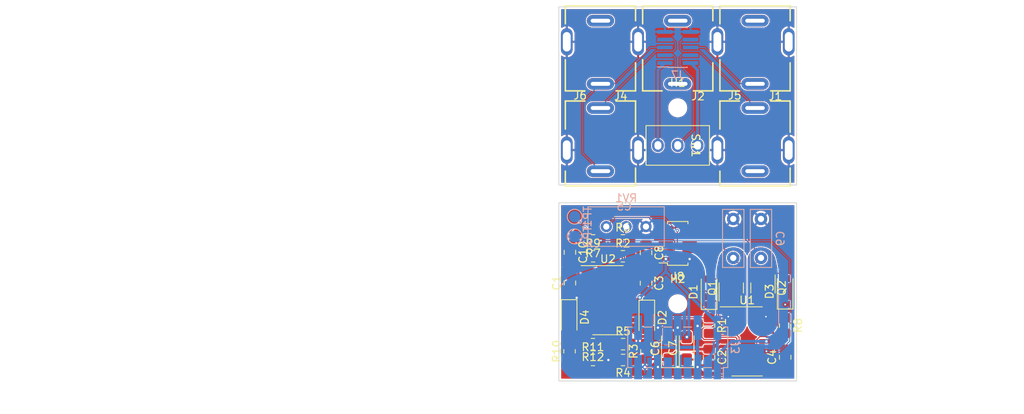
<source format=kicad_pcb>
(kicad_pcb (version 20211014) (generator pcbnew)
  (layers (0 "F.Cu" signal) (31 "B.Cu" signal) (34 "B.Paste" user) (35 "F.Paste" user) (36 "B.SilkS" user "B.Silkscreen") (37 "F.SilkS" user "F.Silkscreen") (38 "B.Mask" user) (39 "F.Mask" user) (44 "Edge.Cuts" user))
  (net 0 "")
  (net 1 "+12V")
  (net 2 "GND")
  (net 3 "-12V")
  (net 4 "Net-(C5-Pad1)")
  (net 5 "Net-(C8-Pad2)")
  (net 6 "Net-(C9-Pad1)")
  (net 7 "Net-(C10-Pad2)")
  (net 8 "Net-(D1-Pad1)")
  (net 9 "Net-(D1-Pad2)")
  (net 10 "Net-(D2-Pad1)")
  (net 11 "Net-(D3-Pad1)")
  (net 12 "Net-(D3-Pad2)")
  (net 13 "Net-(D4-Pad1)")
  (net 18 "Net-(Q1-Pad1)")
  (net 19 "Net-(Q2-Pad1)")
  (net 20 "Net-(R4-Pad1)")
  (net 21 "Net-(R6-Pad1)")
  (net 22 "Net-(R7-Pad2)")
  (net 23 "Net-(R11-Pad1)")
  (net 24 "Gate 1 B")
  (net 25 "Gate 2 B")
  (net 26 "GND1")
  (net 27 "Output 1 F")
  (net 28 "Input F")
  (net 29 "Gate 1 F")
  (net 30 "Output 2 F")
  (net 31 "Gate 2 F")
  (net 32 "-12VA")
  (net 33 "+12VA")
  (net 34 "Offset F")
  (net 35 "Input B")
  (net 36 "Offset B")
  (net 37 "Output 2 B")
  (net 38 "Output 1 B")
  (net 39 "Net-(RV1-Pad2)")
  (footprint "Capacitor_SMD:C_0805_2012Metric_Pad1.18x1.45mm_HandSolder" (layer "F.Cu") (at 97.9424 54.356 -90)
    (fp_text reference "C10")
    (fp_text value "1n")
  )
  (footprint "Pale Slim Ghost:Jack_3.5mm_QingPu_WQP-PJ301BM_Vertical" (layer "F.Cu") (at 101.854 27.94 180)
    (fp_text reference "J4")
    (fp_text value "AudioJack2_SwitchT")
  )
  (footprint "Resistor_SMD:R_0805_2012Metric_Pad1.20x1.40mm_HandSolder" (layer "F.Cu") (at 115.7732 63.754 -90)
    (fp_text reference "R1")
    (fp_text value "1M")
  )
  (footprint "Resistor_SMD:R_0805_2012Metric_Pad1.20x1.40mm_HandSolder" (layer "F.Cu") (at 104.7242 52.832)
    (fp_text reference "R6")
    (fp_text value "1k")
  )
  (footprint "Resistor_SMD:R_0805_2012Metric_Pad1.20x1.40mm_HandSolder" (layer "F.Cu") (at 97.8916 67.056 90)
    (fp_text reference "R10")
    (fp_text value "100k")
  )
  (footprint "Pale Slim Ghost:Sub Mini Toggle Switch SPDT" (layer "F.Cu") (at 111.76 40.64 -90)
    (fp_text reference "SW1")
    (fp_text value "SW_SPDT_MSM")
  )
  (footprint "Capacitor_SMD:C_0805_2012Metric_Pad1.18x1.45mm_HandSolder" (layer "F.Cu") (at 115.7732 67.818 -90)
    (fp_text reference "C2")
    (fp_text value "100n")
  )
  (footprint "Pale Slim Ghost:Jack_3.5mm_QingPu_WQP-PJ301BM_Vertical" (layer "F.Cu") (at 121.666 40.64)
    (fp_text reference "J5")
    (fp_text value "AudioJack2_SwitchT")
  )
  (footprint "MountingHole:MountingHole_2.2mm_M2" (layer "F.Cu") (at 111.76 35.814)
    (fp_text reference "H1")
    (fp_text value "MountingHole")
  )
  (footprint "Package_SO:SOIC-14_3.9x8.7mm_P1.27mm" (layer "F.Cu") (at 120.65 65.786)
    (fp_text reference "U1")
    (fp_text value "TL074")
  )
  (footprint "Connector_PinSocket_1.00mm:PinSocket_2x05_P1.00mm_Vertical_SMD" (layer "F.Cu") (at 111.76 53.213 180)
    (fp_text reference "J8")
    (fp_text value "Conn_02x05_Odd_Even")
  )
  (footprint "Capacitor_SMD:C_0805_2012Metric_Pad1.18x1.45mm_HandSolder" (layer "F.Cu") (at 107.696 54.4068 -90)
    (fp_text reference "C8")
    (fp_text value "1n")
  )
  (footprint "Pale Slim Ghost:Jack_3.5mm_QingPu_WQP-PJ301BM_Vertical" (layer "F.Cu") (at 111.76 27.94 180)
    (fp_text reference "J2")
    (fp_text value "AudioJack2_SwitchT")
  )
  (footprint "Pale Slim Ghost:Jack_3.5mm_QingPu_WQP-PJ301BM_Vertical" (layer "F.Cu") (at 101.854 40.64)
    (fp_text reference "J6")
    (fp_text value "AudioJack2_SwitchT")
  )
  (footprint "Resistor_SMD:R_0805_2012Metric_Pad1.20x1.40mm_HandSolder" (layer "F.Cu") (at 100.8888 68.1736)
    (fp_text reference "R11")
    (fp_text value "100k")
  )
  (footprint "Diode_SMD:D_SOD-123" (layer "F.Cu") (at 107.7976 62.738 -90)
    (fp_text reference "D2")
    (fp_text value "D")
  )
  (footprint "Resistor_SMD:R_0805_2012Metric_Pad1.20x1.40mm_HandSolder" (layer "F.Cu") (at 104.7496 68.1736 180)
    (fp_text reference "R4")
    (fp_text value "100k")
  )
  (footprint "Diode_SMD:D_SOD-123" (layer "F.Cu") (at 115.7732 59.436 90)
    (fp_text reference "D1")
    (fp_text value "D")
  )
  (footprint "Resistor_SMD:R_0805_2012Metric_Pad1.20x1.40mm_HandSolder" (layer "F.Cu") (at 100.9142 52.832 180)
    (fp_text reference "R7")
    (fp_text value "1k")
  )
  (footprint "Resistor_SMD:R_0805_2012Metric_Pad1.20x1.40mm_HandSolder" (layer "F.Cu") (at 100.9142 54.864)
    (fp_text reference "R9")
    (fp_text value "100k")
  )
  (footprint "Capacitor_SMD:C_0805_2012Metric_Pad1.18x1.45mm_HandSolder" (layer "F.Cu") (at 97.9424 58.293 90)
    (fp_text reference "C1")
    (fp_text value "100n")
  )
  (footprint "Capacitor_Tantalum_SMD:CP_EIA-3216-18_Kemet-A_Pad1.58x1.35mm_HandSolder" (layer "F.Cu") (at 110.617 66.675 90)
    (fp_text reference "C6")
    (fp_text value "10u")
  )
  (footprint "Package_SO:SOIC-14_3.9x8.7mm_P1.27mm" (layer "F.Cu") (at 102.8192 60.5028)
    (fp_text reference "U2")
    (fp_text value "TL074")
  )
  (footprint "Pale Slim Ghost:Jack_3.5mm_QingPu_WQP-PJ301BM_Vertical" (layer "F.Cu") (at 121.666 27.94 180)
    (fp_text reference "J1")
    (fp_text value "AudioJack2_SwitchT")
  )
  (footprint "Diode_SMD:D_SOD-123" (layer "F.Cu") (at 125.5268 59.3852 90)
    (fp_text reference "D3")
    (fp_text value "D")
  )
  (footprint "Package_TO_SOT_SMD:SOT-23" (layer "F.Cu") (at 122.682 58.928 -90)
    (fp_text reference "Q2")
    (fp_text value "MMBFJ113")
  )
  (footprint "Diode_SMD:D_SOD-123" (layer "F.Cu") (at 97.8408 62.6872 -90)
    (fp_text reference "D4")
    (fp_text value "D")
  )
  (footprint "Capacitor_SMD:C_0805_2012Metric_Pad1.18x1.45mm_HandSolder" (layer "F.Cu") (at 107.696 58.3184 -90)
    (fp_text reference "C3")
    (fp_text value "100n")
  )
  (footprint "Capacitor_Tantalum_SMD:CP_EIA-3216-18_Kemet-A_Pad1.58x1.35mm_HandSolder" (layer "F.Cu") (at 112.903 66.675 90)
    (fp_text reference "C7")
    (fp_text value "10u")
  )
  (footprint "Resistor_SMD:R_0805_2012Metric_Pad1.20x1.40mm_HandSolder" (layer "F.Cu") (at 100.8888 66.1416 180)
    (fp_text reference "R12")
    (fp_text value "33k")
  )
  (footprint "Resistor_SMD:R_0805_2012Metric_Pad1.20x1.40mm_HandSolder" (layer "F.Cu") (at 125.5268 63.754 -90)
    (fp_text reference "R8")
    (fp_text value "1M")
  )
  (footprint "Package_TO_SOT_SMD:SOT-23" (layer "F.Cu") (at 118.618 58.928 90)
    (fp_text reference "Q1")
    (fp_text value "MMBFJ113")
  )
  (footprint "Capacitor_SMD:C_0805_2012Metric_Pad1.18x1.45mm_HandSolder" (layer "F.Cu") (at 125.5268 67.818 90)
    (fp_text reference "C4")
    (fp_text value "100n")
  )
  (footprint "Resistor_SMD:R_0805_2012Metric_Pad1.20x1.40mm_HandSolder" (layer "F.Cu") (at 104.7496 66.1416)
    (fp_text reference "R5")
    (fp_text value "33k")
  )
  (footprint "Resistor_SMD:R_0805_2012Metric_Pad1.20x1.40mm_HandSolder" (layer "F.Cu") (at 104.7242 54.864)
    (fp_text reference "R2")
    (fp_text value "100k")
  )
  (footprint "Resistor_SMD:R_0805_2012Metric_Pad1.20x1.40mm_HandSolder" (layer "F.Cu") (at 107.7468 67.056 90)
    (fp_text reference "R3")
    (fp_text value "100k")
  )
  (footprint "MountingHole:MountingHole_2.2mm_M2" (layer "F.Cu") (at 111.76 60.96)
    (fp_text reference "H2")
    (fp_text value "MountingHole")
  )
  (footprint "TestPoint:TestPoint_Pad_D1.5mm" (layer "B.Cu") (at 98.552 52.324 90)
    (fp_text reference "TP2")
    (fp_text value "TestPoint")
  )
  (footprint "Capacitor_THT:C_Rect_L7.2mm_W2.5mm_P5.00mm_FKS2_FKP2_MKS2_MKP2" (layer "B.Cu") (at 122.428 55.078 90)
    (fp_text reference "C9")
    (fp_text value "100n polystyrene")
  )
  (footprint "TestPoint:TestPoint_Pad_D1.5mm" (layer "B.Cu") (at 98.552 49.784 90)
    (fp_text reference "TP1")
    (fp_text value "TestPoint")
  )
  (footprint "Capacitor_THT:C_Rect_L7.2mm_W2.5mm_P5.00mm_FKS2_FKP2_MKS2_MKP2" (layer "B.Cu") (at 118.872 55.078 90)
    (fp_text reference "C5")
    (fp_text value "100n polystyrene")
  )
  (footprint "Potentiometer_THT:Potentiometer_Bourns_3296W_Vertical" (layer "B.Cu") (at 102.606 51.054 180)
    (fp_text reference "RV1")
    (fp_text value "R_Potentiometer_Trim")
  )
  (footprint "Connector_PinHeader_1.00mm:PinHeader_2x05_P1.00mm_Vertical_SMD" (layer "B.Cu") (at 111.76 28.067)
    (fp_text reference "J7")
    (fp_text value "Conn_02x05_Odd_Even")
  )
  (footprint "Connector_PinHeader_2.54mm:PinHeader_2x05_P2.54mm_Vertical_SMD" (layer "B.Cu") (at 111.76 66.548 90)
    (fp_text reference "J3")
    (fp_text value "Conn_02x05_Odd_Even")
  )
  (gr_rect (start 96.52 48.006) (end 127 70.866) (layer "Edge.Cuts") (width 0.1) (fill none))
  (gr_rect (start 96.52 22.86) (end 127 45.72) (layer "Edge.Cuts") (width 0.1) (fill none))
  (segment (start 111.949 66.7805) (end 115.7732 66.7805) (width 0.381) (layer "F.Cu") (net 1))
  (segment (start 110.617 68.1125) (end 111.949 66.7805) (width 0.381) (layer "F.Cu") (net 1))
  (segment (start 101.8888 68.1736) (end 102.87 68.1736) (width 0.381) (layer "F.Cu") (net 1))
  (segment (start 97.9424 59.3305) (end 99.1147 60.5028) (width 0.381) (layer "F.Cu") (net 1))
  (segment (start 99.1147 60.5028) (end 100.3442 60.5028) (width 0.381) (layer "F.Cu") (net 1))
  (segment (start 115.7732 66.7805) (end 116.1503 66.7805) (width 0.381) (layer "F.Cu") (net 1))
  (segment (start 107.5436 69.0825) (end 108.337223 69.0825) (width 0.381) (layer "F.Cu") (net 1))
  (segment (start 108.337223 69.0825) (end 109.307223 68.1125) (width 0.381) (layer "F.Cu") (net 1))
  (segment (start 110.6321 68.1125) (end 110.6424 68.1228) (width 0.381) (layer "F.Cu") (net 1))
  (segment (start 113.285 55.213) (end 113.285 55.2186) (width 0.381) (layer "F.Cu") (net 1))
  (segment (start 113.285 55.2186) (end 113.284 55.2196) (width 0.381) (layer "F.Cu") (net 1))
  (segment (start 116.1503 66.7805) (end 117.1448 65.786) (width 0.381) (layer "F.Cu") (net 1))
  (segment (start 110.617 68.1125) (end 110.6321 68.1125) (width 0.381) (layer "F.Cu") (net 1))
  (segment (start 109.307223 68.1125) (end 110.617 68.1125) (width 0.381) (layer "F.Cu") (net 1))
  (segment (start 117.1448 65.786) (end 118.175 65.786) (width 0.381) (layer "F.Cu") (net 1))
  (segment (start 102.87 68.1736) (end 103.7496 68.1736) (width 0.381) (layer "F.Cu") (net 1))
  (via (at 102.87 68.1736) (size 0.6) (drill 0.3) (layers "F.Cu" "B.Cu") (net 1))
  (via (at 107.5436 69.0825) (size 0.6) (drill 0.3) (layers "F.Cu" "B.Cu") (net 1))
  (via (at 113.284 55.2196) (size 0.6) (drill 0.3) (layers "F.Cu" "B.Cu") (net 1))
  (via (at 98.80795 60.19605) (size 0.6) (drill 0.3) (layers "F.Cu" "B.Cu") (net 1))
  (via (at 114.3 69.073) (size 0.6) (drill 0.3) (layers "F.Cu" "B.Cu") (net 2))
  (via (at 109.22 64.023) (size 0.6) (drill 0.3) (layers "F.Cu" "B.Cu") (net 2))
  (via (at 114.3 63.8048) (size 0.6) (drill 0.3) (layers "F.Cu" "B.Cu") (net 2))
  (via (at 109.22 69.073) (size 0.6) (drill 0.3) (layers "F.Cu" "B.Cu") (net 2))
  (via (at 111.76 64.023) (size 0.6) (drill 0.3) (layers "F.Cu" "B.Cu") (net 2))
  (via (at 111.76 69.073) (size 0.6) (drill 0.3) (layers "F.Cu" "B.Cu") (net 2))
  (segment (start 98.552 52.324) (end 106.416 52.324) (width 0.381) (layer "B.Cu") (net 2))
  (segment (start 106.416 52.324) (end 107.686 51.054) (width 0.381) (layer "B.Cu") (net 2))
  (segment (start 114.3 66.5485) (end 114.2995 66.548) (width 0.381) (layer "B.Cu") (net 2))
  (segment (start 111.76 69.073) (end 111.76 66.4464) (width 0.381) (layer "B.Cu") (net 2))
  (segment (start 98.552 52.31944) (end 98.553175 52.318265) (width 0.381) (layer "B.Cu") (net 2))
  (segment (start 109.22 66.548) (end 111.6584 66.548) (width 0.381) (layer "B.Cu") (net 2))
  (segment (start 114.2995 66.548) (end 114.3 66.5475) (width 0.381) (layer "B.Cu") (net 2))
  (segment (start 114.3 66.5475) (end 114.3 64.023) (width 0.381) (layer "B.Cu") (net 2))
  (segment (start 114.3 64.023) (end 114.3 63.8048) (width 0.381) (layer "B.Cu") (net 2))
  (segment (start 114.3 69.073) (end 114.3 66.5485) (width 0.381) (layer "B.Cu") (net 2))
  (segment (start 98.552 52.324) (end 98.552 52.31944) (width 0.381) (layer "B.Cu") (net 2))
  (segment (start 109.22 66.548) (end 109.22 69.073) (width 0.381) (layer "B.Cu") (net 2))
  (segment (start 111.6584 66.548) (end 111.76 66.548) (width 0.381) (layer "B.Cu") (net 2))
  (segment (start 109.22 64.023) (end 109.22 66.548) (width 0.381) (layer "B.Cu") (net 2))
  (segment (start 111.76 66.4464) (end 111.76 66.548) (width 0.381) (layer "B.Cu") (net 2))
  (segment (start 111.6584 66.548) (end 111.76 66.4464) (width 0.381) (layer "B.Cu") (net 2))
  (segment (start 111.76 66.4464) (end 111.76 64.023) (width 0.381) (layer "B.Cu") (net 2))
  (segment (start 111.76 66.548) (end 114.2995 66.548) (width 0.381) (layer "B.Cu") (net 2))
  (segment (start 105.2942 60.5028) (end 106.5491 60.5028) (width 0.381) (layer "F.Cu") (net 3))
  (segment (start 106.5491 60.5028) (end 107.696 59.3559) (width 0.381) (layer "F.Cu") (net 3))
  (segment (start 124.5323 65.786) (end 125.5268 66.7805) (width 0.381) (layer "F.Cu") (net 3))
  (segment (start 112.903 65.2375) (end 112.9181 65.2375) (width 0.381) (layer "F.Cu") (net 3))
  (segment (start 112.9181 65.2375) (end 112.9284 65.2272) (width 0.381) (layer "F.Cu") (net 3))
  (segment (start 123.125 65.786) (end 124.5323 65.786) (width 0.381) (layer "F.Cu") (net 3))
  (via (at 112.9284 65.2272) (size 0.6) (drill 0.3) (layers "F.Cu" "B.Cu") (net 3))
  (via (at 110.235 55.213) (size 0.6) (drill 0.3) (layers "F.Cu" "B.Cu") (net 3))
  (via (at 106.89395 60.15795) (size 0.6) (drill 0.3) (layers "F.Cu" "B.Cu") (net 3))
  (via (at 123.125 65.786) (size 0.6) (drill 0.3) (layers "F.Cu" "B.Cu") (net 3))
  (segment (start 116.84 69.073) (end 116.84 67.549) (width 0.381) (layer "B.Cu") (net 3))
  (segment (start 110.235 56.8169) (end 110.235 55.213) (width 0.381) (layer "B.Cu") (net 3))
  (segment (start 113.177501 59.759401) (end 110.235 56.8169) (width 0.381) (layer "B.Cu") (net 3))
  (segment (start 113.177501 59.759401) (end 113.177501 59.786701) (width 0.381) (layer "B.Cu") (net 3))
  (segment (start 116.84 67.549) (end 118.603 65.786) (width 0.381) (layer "B.Cu") (net 3))
  (segment (start 113.177501 64.978099) (end 113.177501 59.759401) (width 0.381) (layer "B.Cu") (net 3))
  (segment (start 118.603 65.786) (end 123.125 65.786) (width 0.381) (layer "B.Cu") (net 3))
  (segment (start 113.177501 59.786701) (end 116.84 63.4492) (width 0.381) (layer "B.Cu") (net 3))
  (segment (start 112.9284 65.2272) (end 113.177501 64.978099) (width 0.381) (layer "B.Cu") (net 3))
  (segment (start 116.84 64.023) (end 116.84 69.073) (width 0.381) (layer "B.Cu") (net 3))
  (segment (start 106.89395 60.15795) (end 110.235 56.8169) (width 0.381) (layer "B.Cu") (net 3))
  (segment (start 116.84 63.4492) (end 116.84 64.023) (width 0.381) (layer "B.Cu") (net 3))
  (segment (start 119.568 63.499751) (end 118.551751 64.516) (width 0.127) (layer "F.Cu") (net 4))
  (segment (start 118.551751 64.516) (end 118.175 64.516) (width 0.127) (layer "F.Cu") (net 4))
  (segment (start 119.568 59.8655) (end 119.568 63.499751) (width 0.127) (layer "F.Cu") (net 4))
  (segment (start 119.568 55.774) (end 118.872 55.078) (width 0.127) (layer "F.Cu") (net 4))
  (segment (start 119.568 59.8655) (end 119.568 55.774) (width 0.127) (layer "F.Cu") (net 4))
  (segment (start 107.7976 66.0052) (end 107.7976 64.388) (width 0.127) (layer "F.Cu") (net 5))
  (segment (start 108.6115 56.3598) (end 107.696 55.4443) (width 0.127) (layer "F.Cu") (net 5))
  (segment (start 107.7976 64.388) (end 108.6115 63.5741) (width 0.127) (layer "F.Cu") (net 5))
  (segment (start 108.6115 63.5741) (end 108.6115 56.3598) (width 0.127) (layer "F.Cu") (net 5))
  (segment (start 107.7468 66.056) (end 107.7976 66.0052) (width 0.127) (layer "F.Cu") (net 5))
  (segment (start 121.732 57.9905) (end 121.732 55.774) (width 0.127) (layer "F.Cu") (net 6))
  (segment (start 121.732 57.9905) (end 121.732 63.499751) (width 0.127) (layer "F.Cu") (net 6))
  (segment (start 122.748249 64.516) (end 123.125 64.516) (width 0.127) (layer "F.Cu") (net 6))
  (segment (start 121.732 55.774) (end 122.428 55.078) (width 0.127) (layer "F.Cu") (net 6))
  (segment (start 121.732 63.499751) (end 122.748249 64.516) (width 0.127) (layer "F.Cu") (net 6))
  (segment (start 96.8835 56.4524) (end 96.8835 63.3799) (width 0.127) (layer "F.Cu") (net 7))
  (segment (start 97.8408 66.0052) (end 97.8916 66.056) (width 0.127) (layer "F.Cu") (net 7))
  (segment (start 97.9424 55.3935) (end 96.8835 56.4524) (width 0.127) (layer "F.Cu") (net 7))
  (segment (start 97.8408 64.3372) (end 97.8408 66.0052) (width 0.127) (layer "F.Cu") (net 7))
  (segment (start 96.8835 63.3799) (end 97.8408 64.3372) (width 0.127) (layer "F.Cu") (net 7))
  (segment (start 109.7105 65.515261) (end 109.7105 64.0763) (width 0.127) (layer "F.Cu") (net 8))
  (segment (start 106.68 66.412161) (end 107.114339 66.8465) (width 0.127) (layer "F.Cu") (net 8))
  (segment (start 109.7105 64.0763) (end 111.0328 62.754) (width 0.127) (layer "F.Cu") (net 8))
  (segment (start 115.7732 62.754) (end 115.7732 61.086) (width 0.127) (layer "F.Cu") (net 8))
  (segment (start 108.379261 66.8465) (end 109.7105 65.515261) (width 0.127) (layer "F.Cu") (net 8))
  (segment (start 106.68 65.3288) (end 106.68 66.412161) (width 0.127) (layer "F.Cu") (net 8))
  (segment (start 105.664 64.3128) (end 106.68 65.3288) (width 0.127) (layer "F.Cu") (net 8))
  (segment (start 107.114339 66.8465) (end 108.379261 66.8465) (width 0.127) (layer "F.Cu") (net 8))
  (segment (start 105.2942 64.3128) (end 105.664 64.3128) (width 0.127) (layer "F.Cu") (net 8))
  (segment (start 111.0328 62.754) (end 115.7732 62.754) (width 0.127) (layer "F.Cu") (net 8))
  (segment (start 118.4135 57.786) (end 118.618 57.9905) (width 0.127) (layer "F.Cu") (net 9))
  (segment (start 115.7732 57.786) (end 118.4135 57.786) (width 0.127) (layer "F.Cu") (net 9))
  (segment (start 105.2942 61.7728) (end 107.1128 61.7728) (width 0.127) (layer "F.Cu") (net 10))
  (segment (start 107.1128 61.7728) (end 107.7976 61.088) (width 0.127) (layer "F.Cu") (net 10))
  (segment (start 100.8888 64.8574) (end 100.8888 69.1896) (width 0.127) (layer "F.Cu") (net 11))
  (segment (start 126.4423 69.7473) (end 126.4423 63.6695) (width 0.127) (layer "F.Cu") (net 11))
  (segment (start 126.4423 63.6695) (end 125.5268 62.754) (width 0.127) (layer "F.Cu") (net 11))
  (segment (start 100.8888 69.1896) (end 102.108 70.4088) (width 0.127) (layer "F.Cu") (net 11))
  (segment (start 102.108 70.4088) (end 125.7808 70.4088) (width 0.127) (layer "F.Cu") (net 11))
  (segment (start 125.7808 70.4088) (end 126.4423 69.7473) (width 0.127) (layer "F.Cu") (net 11))
  (segment (start 100.3442 64.3128) (end 100.8888 64.8574) (width 0.127) (layer "F.Cu") (net 11))
  (segment (start 125.5268 62.754) (end 125.5268 61.0352) (width 0.127) (layer "F.Cu") (net 11))
  (via (at 125.5268 61.0616) (size 0.4) (drill 0.2) (layers "F.Cu" "B.Cu") (net 11))
  (segment (start 122.682 57.658) (end 123.2916 57.0484) (width 0.127) (layer "F.Cu") (net 12))
  (segment (start 122.682 59.8655) (end 122.682 57.658) (width 0.127) (layer "F.Cu") (net 12))
  (segment (start 124.84 57.0484) (end 125.5268 57.7352) (width 0.127) (layer "F.Cu") (net 12))
  (segment (start 123.2916 57.0484) (end 124.84 57.0484) (width 0.127) (layer "F.Cu") (net 12))
  (segment (start 97.8408 61.0372) (end 98.5764 61.7728) (width 0.127) (layer "F.Cu") (net 13))
  (segment (start 98.5764 61.7728) (end 100.3442 61.7728) (width 0.127) (layer "F.Cu") (net 13))
  (segment (start 119.3625 65.0065) (end 119.634 65.278) (width 0.127) (layer "F.Cu") (net 18))
  (segment (start 116.9924 60.5411) (end 116.9924 63.5348) (width 0.127) (layer "F.Cu") (net 18))
  (segment (start 116.0257 65.0065) (end 119.3625 65.0065) (width 0.127) (layer "F.Cu") (net 18))
  (segment (start 118.872 68.326) (end 118.175 68.326) (width 0.127) (layer "F.Cu") (net 18))
  (segment (start 116.9924 63.5348) (end 115.7732 64.754) (width 0.127) (layer "F.Cu") (net 18))
  (segment (start 117.668 59.8655) (end 116.9924 60.5411) (width 0.127) (layer "F.Cu") (net 18))
  (segment (start 118.175 69.596) (end 118.175 68.326) (width 0.127) (layer "F.Cu") (net 18))
  (segment (start 115.7732 64.754) (end 116.0257 65.0065) (width 0.127) (layer "F.Cu") (net 18))
  (segment (start 119.634 67.564) (end 118.872 68.326) (width 0.127) (layer "F.Cu") (net 18))
  (segment (start 119.634 65.278) (end 119.634 67.564) (width 0.127) (layer "F.Cu") (net 18))
  (segment (start 125.5268 64.754) (end 125.1044 65.1764) (width 0.127) (layer "F.Cu") (net 19))
  (segment (start 122.2756 68.326) (end 123.125 68.326) (width 0.127) (layer "F.Cu") (net 19))
  (segment (start 121.8692 67.9196) (end 122.2756 68.326) (width 0.127) (layer "F.Cu") (net 19))
  (segment (start 125.1044 65.1764) (end 122.27806 65.1764) (width 0.127) (layer "F.Cu") (net 19))
  (segment (start 124.587 58.9455) (end 124.587 63.8142) (width 0.127) (layer "F.Cu") (net 19))
  (segment (start 123.632 57.9905) (end 124.587 58.9455) (width 0.127) (layer "F.Cu") (net 19))
  (segment (start 122.27806 65.1764) (end 121.8692 65.58526) (width 0.127) (layer "F.Cu") (net 19))
  (segment (start 121.8692 65.58526) (end 121.8692 67.9196) (width 0.127) (layer "F.Cu") (net 19))
  (segment (start 123.125 69.596) (end 123.125 68.326) (width 0.127) (layer "F.Cu") (net 19))
  (segment (start 124.587 63.8142) (end 125.5268 64.754) (width 0.127) (layer "F.Cu") (net 19))
  (segment (start 105.3592 66.1416) (end 104.0892 64.8716) (width 0.127) (layer "F.Cu") (net 20))
  (segment (start 105.7496 68.1736) (end 105.7496 66.1416) (width 0.127) (layer "F.Cu") (net 20))
  (segment (start 105.7496 66.1416) (end 105.3592 66.1416) (width 0.127) (layer "F.Cu") (net 20))
  (segment (start 104.0892 64.8716) (end 104.0892 63.8048) (width 0.127) (layer "F.Cu") (net 20))
  (segment (start 104.0892 63.8048) (end 104.8512 63.0428) (width 0.127) (layer "F.Cu") (net 20))
  (segment (start 104.8512 63.0428) (end 105.2942 63.0428) (width 0.127) (layer "F.Cu") (net 20))
  (segment (start 101.9142 52.832) (end 101.9142 52.841) (width 0.127) (layer "F.Cu") (net 21))
  (segment (start 101.9142 52.832) (end 103.7242 52.832) (width 0.127) (layer "F.Cu") (net 21))
  (via (at 101.9142 52.841) (size 0.4) (drill 0.2) (layers "F.Cu" "B.Cu") (net 21))
  (via (at 123.125 67.056) (size 0.4) (drill 0.2) (layers "F.Cu" "B.Cu") (net 21))
  (segment (start 126.1205 65.7511) (end 124.8156 67.056) (width 0.127) (layer "B.Cu") (net 21))
  (segment (start 101.956 52.8828) (end 123.6472 52.8828) (width 0.127) (layer "B.Cu") (net 21))
  (segment (start 123.6472 52.8828) (end 126.1205 55.3561) (width 0.127) (layer "B.Cu") (net 21))
  (segment (start 101.9142 52.841) (end 101.956 52.8828) (width 0.127) (layer "B.Cu") (net 21))
  (segment (start 124.8156 67.056) (end 123.125 67.056) (width 0.127) (layer "B.Cu") (net 21))
  (segment (start 126.1205 55.3561) (end 126.1205 65.7511) (width 0.127) (layer "B.Cu") (net 21))
  (segment (start 99.8728 51.1556) (end 99.8728 52.7906) (width 0.127) (layer "F.Cu") (net 22))
  (segment (start 102.8192 54.346039) (end 102.8192 55.381961) (width 0.127) (layer "F.Cu") (net 22))
  (segment (start 100.33 52.832) (end 101.346 53.848) (width 0.127) (layer "F.Cu") (net 22))
  (segment (start 102.321161 53.848) (end 102.8192 54.346039) (width 0.127) (layer "F.Cu") (net 22))
  (segment (start 102.8192 55.381961) (end 104.130039 56.6928) (width 0.127) (layer "F.Cu") (net 22))
  (segment (start 105.2942 56.6928) (end 105.2942 57.9628) (width 0.127) (layer "F.Cu") (net 22))
  (segment (start 99.8728 52.7906) (end 99.9142 52.832) (width 0.127) (layer "F.Cu") (net 22))
  (segment (start 101.346 53.848) (end 102.321161 53.848) (width 0.127) (layer "F.Cu") (net 22))
  (segment (start 104.130039 56.6928) (end 105.2942 56.6928) (width 0.127) (layer "F.Cu") (net 22))
  (segment (start 99.9142 52.832) (end 100.33 52.832) (width 0.127) (layer "F.Cu") (net 22))
  (via (at 99.8728 51.1556) (size 0.4) (drill 0.2) (layers "F.Cu" "B.Cu") (net 22))
  (segment (start 99.8728 51.1048) (end 99.8728 51.1556) (width 0.127) (layer "B.Cu") (net 22))
  (segment (start 98.552 49.784) (end 99.8728 51.1048) (width 0.127) (layer "B.Cu") (net 22))
  (segment (start 99.8888 66.1416) (end 99.1787 65.4315) (width 0.127) (layer "F.Cu") (net 23))
  (segment (start 99.1787 63.3305) (end 99.4664 63.0428) (width 0.127) (layer "F.Cu") (net 23))
  (segment (start 99.1787 65.4315) (end 99.1787 63.3305) (width 0.127) (layer "F.Cu") (net 23))
  (segment (start 99.8888 68.1736) (end 99.8888 66.1416) (width 0.127) (layer "F.Cu") (net 23))
  (segment (start 99.4664 63.0428) (end 100.3442 63.0428) (width 0.127) (layer "F.Cu") (net 23))
  (segment (start 105.7242 54.864) (end 107.2189 53.3693) (width 0.127) (layer "F.Cu") (net 24))
  (segment (start 107.2189 53.3693) (end 107.696 53.3693) (width 0.127) (layer "F.Cu") (net 24))
  (segment (start 107.8523 53.213) (end 110.235 53.213) (width 0.127) (layer "F.Cu") (net 24))
  (segment (start 107.696 53.3693) (end 107.8523 53.213) (width 0.127) (layer "F.Cu") (net 24))
  (segment (start 98.3464 53.7225) (end 97.9424 53.3185) (width 0.127) (layer "F.Cu") (net 25))
  (segment (start 108.0516 49.8856) (end 99.822 49.8856) (width 0.127) (layer "F.Cu") (net 25))
  (segment (start 110.235 52.213) (end 109.56 52.213) (width 0.127) (layer "F.Cu") (net 25))
  (segment (start 99.822 49.8856) (end 97.9424 51.7652) (width 0.127) (layer "F.Cu") (net 25))
  (segment (start 97.9424 51.7652) (end 97.9424 53.3185) (width 0.127) (layer "F.Cu") (net 25))
  (segment (start 109.56 52.213) (end 108.8136 51.4666) (width 0.127) (layer "F.Cu") (net 25))
  (segment (start 101.9142 54.864) (end 100.7727 53.7225) (width 0.127) (layer "F.Cu") (net 25))
  (segment (start 100.7727 53.7225) (end 98.3464 53.7225) (width 0.127) (layer "F.Cu") (net 25))
  (segment (start 108.8136 50.6476) (end 108.0516 49.8856) (width 0.127) (layer "F.Cu") (net 25))
  (segment (start 108.8136 51.4666) (end 108.8136 50.6476) (width 0.127) (layer "F.Cu") (net 25))
  (segment (start 121.666 32.74) (end 119.909932 32.74) (width 0.127) (layer "B.Cu") (net 27))
  (segment (start 115.236932 28.067) (end 113.41 28.067) (width 0.127) (layer "B.Cu") (net 27))
  (segment (start 119.909932 32.74) (end 115.236932 28.067) (width 0.127) (layer "B.Cu") (net 27))
  (segment (start 111.4552 29.3624) (end 111.1598 29.067) (width 0.127) (layer "B.Cu") (net 28))
  (segment (start 111.1598 29.067) (end 110.11 29.067) (width 0.127) (layer "B.Cu") (net 28))
  (segment (start 111.76 32.74) (end 111.4552 32.4352) (width 0.127) (layer "B.Cu") (net 28))
  (segment (start 111.4552 32.4352) (end 111.4552 29.3624) (width 0.127) (layer "B.Cu") (net 28))
  (segment (start 101.854 32.74) (end 103.610068 32.74) (width 0.127) (layer "B.Cu") (net 29))
  (segment (start 101.854 43.94) (end 99.568 41.654) (width 0.127) (layer "B.Cu") (net 29))
  (segment (start 99.568 41.654) (end 99.568 35.026) (width 0.127) (layer "B.Cu") (net 29))
  (segment (start 108.283068 28.067) (end 110.11 28.067) (width 0.127) (layer "B.Cu") (net 29))
  (segment (start 103.610068 32.74) (end 108.283068 28.067) (width 0.127) (layer "B.Cu") (net 29))
  (segment (start 99.568 35.026) (end 101.854 32.74) (width 0.127) (layer "B.Cu") (net 29))
  (segment (start 112.0648 27.3812) (end 112.379 27.067) (width 0.127) (layer "B.Cu") (net 30))
  (segment (start 114.5032 28.5496) (end 112.3609 28.5496) (width 0.127) (layer "B.Cu") (net 30))
  (segment (start 121.666 35.84) (end 121.666 35.7124) (width 0.127) (layer "B.Cu") (net 30))
  (segment (start 121.666 35.7124) (end 114.5032 28.5496) (width 0.127) (layer "B.Cu") (net 30))
  (segment (start 112.0648 28.2535) (end 112.0648 27.3812) (width 0.127) (layer "B.Cu") (net 30))
  (segment (start 112.3609 28.5496) (end 112.0648 28.2535) (width 0.127) (layer "B.Cu") (net 30))
  (segment (start 112.379 27.067) (end 113.41 27.067) (width 0.127) (layer "B.Cu") (net 30))
  (segment (start 111.141 27.067) (end 110.11 27.067) (width 0.127) (layer "B.Cu") (net 31))
  (segment (start 101.854 35.84) (end 101.854 35.692) (width 0.127) (layer "B.Cu") (net 31))
  (segment (start 111.179 28.5496) (end 111.4552 28.2734) (width 0.127) (layer "B.Cu") (net 31))
  (segment (start 111.4552 28.2734) (end 111.4552 27.3812) (width 0.127) (layer "B.Cu") (net 31))
  (segment (start 108.9964 28.5496) (end 111.179 28.5496) (width 0.127) (layer "B.Cu") (net 31))
  (segment (start 111.4552 27.3812) (end 111.141 27.067) (width 0.127) (layer "B.Cu") (net 31))
  (segment (start 101.854 35.692) (end 108.9964 28.5496) (width 0.127) (layer "B.Cu") (net 31))
  (segment (start 109.22 40.64) (end 109.22 30.957) (width 0.381) (layer "B.Cu") (net 32))
  (segment (start 109.22 30.957) (end 110.11 30.067) (width 0.381) (layer "B.Cu") (net 32))
  (segment (start 114.3 30.957) (end 114.3 40.64) (width 0.381) (layer "B.Cu") (net 33))
  (segment (start 113.41 30.067) (end 114.3 30.957) (width 0.381) (layer "B.Cu") (net 33))
  (segment (start 112.0648 29.3624) (end 112.3602 29.067) (width 0.127) (layer "B.Cu") (net 34))
  (segment (start 113.7412 38.6588) (end 113.7412 32.0548) (width 0.127) (layer "B.Cu") (net 34))
  (segment (start 112.3602 29.067) (end 113.41 29.067) (width 0.127) (layer "B.Cu") (net 34))
  (segment (start 112.0648 30.3784) (end 112.0648 29.3624) (width 0.127) (layer "B.Cu") (net 34))
  (segment (start 111.76 40.64) (end 113.7412 38.6588) (width 0.127) (layer "B.Cu") (net 34))
  (segment (start 113.7412 32.0548) (end 112.0648 30.3784) (width 0.127) (layer "B.Cu") (net 34))
  (segment (start 111.3536 52.8828) (end 111.3536 54.0004) (width 0.127) (layer "F.Cu") (net 35))
  (segment (start 111.2012 52.7304) (end 111.3536 52.8828) (width 0.127) (layer "F.Cu") (net 35))
  (segment (start 105.7242 52.832) (end 105.9649 52.5913) (width 0.127) (layer "F.Cu") (net 35))
  (segment (start 116.739661 65.2605) (end 119.1768 65.2605) (width 0.127) (layer "F.Cu") (net 35))
  (segment (start 110.791 54.213) (end 111.3536 54.7756) (width 0.127) (layer "F.Cu") (net 35))
  (segment (start 116.7384 60.706) (end 116.7384 63.42959) (width 0.127) (layer "F.Cu") (net 35))
  (segment (start 111.3536 54.7756) (end 111.3536 55.3212) (width 0.127) (layer "F.Cu") (net 35))
  (segment (start 116.455661 65.5445) (end 116.739661 65.2605) (width 0.127) (layer "F.Cu") (net 35))
  (segment (start 108.6745 52.5913) (end 108.8136 52.7304) (width 0.127) (layer "F.Cu") (net 35))
  (segment (start 108.8136 52.7304) (end 111.2012 52.7304) (width 0.127) (layer "F.Cu") (net 35))
  (segment (start 119.3405 66.5875) (end 118.872 67.056) (width 0.127) (layer "F.Cu") (net 35))
  (segment (start 111.3536 55.3212) (end 116.7384 60.706) (width 0.127) (layer "F.Cu") (net 35))
  (segment (start 114.8827 65.286461) (end 115.140739 65.5445) (width 0.127) (layer "F.Cu") (net 35))
  (segment (start 119.1768 65.2605) (end 119.3405 65.4242) (width 0.127) (layer "F.Cu") (net 35))
  (segment (start 114.8827 64.221539) (end 114.8827 65.286461) (width 0.127) (layer "F.Cu") (net 35))
  (segment (start 118.872 67.056) (end 118.175 67.056) (width 0.127) (layer "F.Cu") (net 35))
  (segment (start 119.3405 65.4242) (end 119.3405 66.5875) (width 0.127) (layer "F.Cu") (net 35))
  (segment (start 111.141 54.213) (end 110.235 54.213) (width 0.127) (layer "F.Cu") (net 35))
  (segment (start 111.3536 54.0004) (end 111.141 54.213) (width 0.127) (layer "F.Cu") (net 35))
  (segment (start 115.140739 65.5445) (end 116.455661 65.5445) (width 0.127) (layer "F.Cu") (net 35))
  (segment (start 115.162634 63.941605) (end 114.8827 64.221539) (width 0.127) (layer "F.Cu") (net 35))
  (segment (start 105.9649 52.5913) (end 108.6745 52.5913) (width 0.127) (layer "F.Cu") (net 35))
  (segment (start 116.226385 63.941605) (end 115.162634 63.941605) (width 0.127) (layer "F.Cu") (net 35))
  (segment (start 116.7384 63.42959) (end 116.226385 63.941605) (width 0.127) (layer "F.Cu") (net 35))
  (segment (start 110.235 54.213) (end 110.791 54.213) (width 0.127) (layer "F.Cu") (net 35))
  (segment (start 111.7092 53.1932) (end 112.729 54.213) (width 0.127) (layer "F.Cu") (net 36))
  (segment (start 111.7092 51.562) (end 111.7092 53.1932) (width 0.127) (layer "F.Cu") (net 36))
  (segment (start 112.729 54.213) (end 113.285 54.213) (width 0.127) (layer "F.Cu") (net 36))
  (via (at 111.7092 51.562) (size 0.4) (drill 0.2) (layers "F.Cu" "B.Cu") (net 36))
  (segment (start 111.7092 51.562) (end 111.6584 51.562) (width 0.127) (layer "B.Cu") (net 36))
  (segment (start 109.982 49.8856) (end 103.7744 49.8856) (width 0.127) (layer "B.Cu") (net 36))
  (segment (start 111.6584 51.562) (end 109.982 49.8856) (width 0.127) (layer "B.Cu") (net 36))
  (segment (start 103.7744 49.8856) (end 102.606 51.054) (width 0.127) (layer "B.Cu") (net 36))
  (segment (start 123.125 62.549) (end 123.063 62.611) (width 0.127) (layer "F.Cu") (net 37))
  (segment (start 121.6152 53.8734) (end 121.8184 54.0766) (width 0.127) (layer "F.Cu") (net 37))
  (segment (start 123.125 61.976) (end 123.125 62.549) (width 0.127) (layer "F.Cu") (net 37))
  (segment (start 113.285 52.213) (end 119.9548 52.213) (width 0.127) (layer "F.Cu") (net 37))
  (segment (start 119.9548 52.213) (end 121.6152 53.8734) (width 0.127) (layer "F.Cu") (net 37))
  (via (at 123.063 62.611) (size 0.4) (drill 0.2) (layers "F.Cu" "B.Cu") (net 37))
  (segment (start 118.175 61.976) (end 118.175 62.549) (width 0.127) (layer "F.Cu") (net 38))
  (segment (start 117.7036 53.8988) (end 118.0084 54.2036) (width 0.127) (layer "F.Cu") (net 38))
  (segment (start 117.0178 53.213) (end 117.7036 53.8988) (width 0.127) (layer "F.Cu") (net 38))
  (segment (start 113.285 53.213) (end 117.0178 53.213) (width 0.127) (layer "F.Cu") (net 38))
  (segment (start 117.7036 53.8988) (end 117.7798 53.975) (width 0.127) (layer "F.Cu") (net 38))
  (segment (start 118.175 62.549) (end 118.237 62.611) (width 0.127) (layer "F.Cu") (net 38))
  (via (at 118.237 62.611) (size 0.4) (drill 0.2) (layers "F.Cu" "B.Cu") (net 38))
  (segment (start 105.48074 59.2328) (end 106.5784 58.13514) (width 0.127) (layer "F.Cu") (net 39))
  (segment (start 105.3592 56.0324) (end 106.09034 56.0324) (width 0.127) (layer "F.Cu") (net 39))
  (segment (start 106.5784 56.52046) (end 106.5784 57.7596) (width 0.127) (layer "F.Cu") (net 39))
  (segment (start 105.146 51.054) (end 104.9337 51.2663) (width 0.127) (layer "F.Cu") (net 39))
  (segment (start 106.5784 58.13514) (end 106.5784 57.7596) (width 0.127) (layer "F.Cu") (net 39))
  (segment (start 106.5784 57.7596) (end 106.5784 57.9486) (width 0.127) (layer "F.Cu") (net 39))
  (segment (start 104.9337 51.2663) (end 104.9337 55.6069) (width 0.127) (layer "F.Cu") (net 39))
  (segment (start 105.2942 59.2328) (end 105.48074 59.2328) (width 0.127) (layer "F.Cu") (net 39))
  (segment (start 106.09034 56.0324) (end 106.5784 56.52046) (width 0.127) (layer "F.Cu") (net 39))
  (segment (start 104.9337 55.6069) (end 105.3592 56.0324) (width 0.127) (layer "F.Cu") (net 39))
  (zone (net 37) (net_name "Output 2 B") (layers F&B.Cu) (priority 2) (connect_pads (clearance 0.127)) (min_thickness 0.127) (fill yes (thermal_gap 0.254) (thermal_bridge_width 0.254) (smoothing fillet) (radius 6))
    (polygon (pts (xy 124.587 56.642) (xy 124.587 65.151) (xy 120.7262 65.151) (xy 120.7262 53.721) (xy 123.952 53.721)))
  )
  (zone (net 38) (net_name "Output 1 B") (layers F&B.Cu) (priority 3) (connect_pads (clearance 0.127)) (min_thickness 0.127) (fill yes (thermal_gap 0.254) (thermal_bridge_width 0.254) (smoothing fillet) (radius 6))
    (polygon (pts (xy 120.5738 65.151) (xy 116.713 65.151) (xy 116.713 56.642) (xy 117.348 53.721) (xy 120.5738 53.721)))
  )
  (zone (net 26) (net_name "GND1") (layers F&B.Cu) (connect_pads (clearance 0.127)) (min_thickness 0.127) (fill yes (thermal_gap 0.254) (thermal_bridge_width 0.254))
    (polygon (pts (xy 127 45.72) (xy 96.52 45.72) (xy 96.52 22.86) (xy 127 22.86)))
  )
  (zone (net 2) (net_name "GND") (layers F&B.Cu) (connect_pads (clearance 0.127)) (min_thickness 0.127) (fill yes (thermal_gap 0.254) (thermal_bridge_width 0.254))
    (polygon (pts (xy 127 70.866) (xy 96.52 70.866) (xy 96.52 48.006) (xy 127 48.006)))
  )
  (zone (net 1) (net_name "+12V") (layer "B.Cu") (priority 1) (connect_pads (clearance 0.127)) (min_thickness 0.127) (fill yes (thermal_gap 0.254) (thermal_bridge_width 0.254) (smoothing fillet) (radius 3))
    (polygon (pts (xy 115.246955 54.492344) (xy 115.3668 64.8716) (xy 116.1288 65.1764) (xy 116.1288 67.7164) (xy 107.696 67.7164) (xy 107.696 70.866) (xy 96.52 70.866) (xy 96.400136 58.100727) (xy 108.287355 53.882744)))
  )
)
</source>
